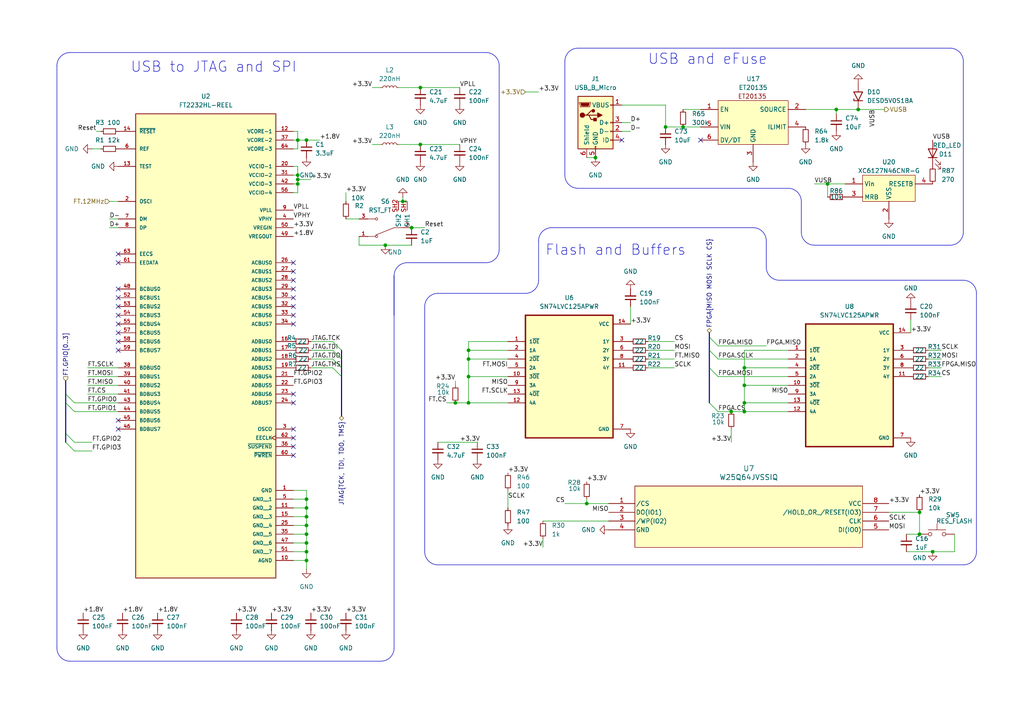
<source format=kicad_sch>
(kicad_sch (version 20250114) (generator "eeschema") (generator_version "9.0")
  (paper "A4")
  (title_block (title "Programmer, USB, and Flash") (date "2025-08-27") (rev "V1.0"))
  (arc (start 16.51 19.05) (mid 17.6259 16.3559) (end 20.32 15.24))
  (arc (start 279.4 67.31) (mid 278.2841 70.0041) (end 275.59 71.12))
  (arc (start 163.83 17.78) (mid 164.9459 15.0859) (end 167.64 13.97))
  (arc (start 218.44 66.04) (mid 221.1341 67.1559) (end 222.25 69.85))
  (arc (start 167.64 54.61) (mid 164.9459 53.4941) (end 163.83 50.8))
  (arc (start 114.3 187.96) (mid 113.1841 190.6541) (end 110.49 191.77))
  (arc (start 140.97 15.24) (mid 143.6641 16.3559) (end 144.78 19.05))
  (arc (start 279.4 81.28) (mid 282.0941 82.3959) (end 283.21 85.09))
  (arc (start 228.6 54.61) (mid 231.2941 55.7259) (end 232.41 58.42))
  (arc (start 275.59 13.97) (mid 278.2841 15.0859) (end 279.4 17.78))
  (arc (start 127 163.83) (mid 124.3059 162.7141) (end 123.19 160.02))
  (arc (start 123.19 88.9) (mid 124.3059 86.2059) (end 127 85.09))
  (arc (start 156.21 69.85) (mid 157.3259 67.1559) (end 160.02 66.04))
  (arc (start 226.06 81.28) (mid 223.3659 80.1641) (end 222.25 77.47))
  (arc (start 144.78 72.39) (mid 143.6641 75.0841) (end 140.97 76.2))
  (arc (start 283.21 160.02) (mid 282.0941 162.7141) (end 279.4 163.83))
  (arc (start 114.3 80.01) (mid 115.4159 77.3159) (end 118.11 76.2))
  (arc (start 236.22 71.12) (mid 233.5259 70.0041) (end 232.41 67.31))
  (arc (start 20.32 191.77) (mid 17.6259 190.6541) (end 16.51 187.96))
  (arc (start 156.21 81.28) (mid 155.0941 83.9741) (end 152.4 85.09))
  (text "Flash and Buffers" (at 178.562 72.644 0) (effects (font (size 3 3))))
  (text "USB and eFuse\n" (at 205.232 17.272 0) (effects (font (size 3 3))))
  (text "USB to JTAG and SPI\n" (at 61.976 19.558 0) (effects (font (size 3 3))))
  (junction (at 266.7 148.59))
  (junction (at 215.9 106.68))
  (junction (at 119.38 66.04))
  (junction (at 215.9 119.38))
  (junction (at 88.9 149.86))
  (junction (at 86.36 40.64))
  (junction (at 88.9 152.4))
  (junction (at 111.76 71.12))
  (junction (at 86.36 50.8))
  (junction (at 135.89 104.14))
  (junction (at 132.08 116.84))
  (junction (at 121.92 41.91))
  (junction (at 135.89 101.6))
  (junction (at 135.89 116.84))
  (junction (at 88.9 162.56))
  (junction (at 172.72 45.72))
  (junction (at 88.9 157.48))
  (junction (at 170.18 146.05))
  (junction (at 215.9 116.84))
  (junction (at 88.9 160.02))
  (junction (at 86.36 53.34))
  (junction (at 88.9 144.78))
  (junction (at 121.92 25.4))
  (junction (at 212.09 119.38))
  (junction (at 270.51 160.02))
  (junction (at 198.12 36.83))
  (junction (at 135.89 109.22))
  (junction (at 215.9 111.76))
  (junction (at 88.9 154.94))
  (junction (at 248.92 31.75))
  (junction (at 88.9 147.32))
  (junction (at 242.57 31.75))
  (junction (at 240.03 53.34))
  (junction (at 86.36 52.07))
  (junction (at 193.04 36.83))
  (junction (at 116.84 58.42))
  (junction (at 88.9 40.64))
  (junction (at 266.7 154.94))
  (no_connect (at 85.09 132.08))
  (no_connect (at 34.29 91.44))
  (no_connect (at 85.09 124.46))
  (no_connect (at 85.09 83.82))
  (no_connect (at 34.29 96.52))
  (no_connect (at 34.29 121.92))
  (no_connect (at 85.09 81.28))
  (no_connect (at 203.2 40.64))
  (no_connect (at 85.09 86.36))
  (no_connect (at 34.29 93.98))
  (no_connect (at 85.09 114.3))
  (no_connect (at 85.09 93.98))
  (no_connect (at 34.29 88.9))
  (no_connect (at 85.09 88.9))
  (no_connect (at 85.09 78.74))
  (no_connect (at 34.29 124.46))
  (no_connect (at 34.29 83.82))
  (no_connect (at 34.29 99.06))
  (no_connect (at 85.09 127))
  (no_connect (at 85.09 91.44))
  (no_connect (at 180.34 40.64))
  (no_connect (at 34.29 86.36))
  (no_connect (at 85.09 116.84))
  (no_connect (at 34.29 101.6))
  (no_connect (at 85.09 76.2))
  (no_connect (at 34.29 73.66))
  (no_connect (at 34.29 76.2))
  (no_connect (at 85.09 129.54))
  (bus_entry (at 205.74 106.68) (size 2.54 2.54))
  (bus_entry (at 19.05 125.73) (size 2.54 2.54))
  (bus_entry (at 99.06 109.22) (size -2.54 -2.54))
  (bus_entry (at 205.74 101.6) (size 2.54 2.54))
  (bus_entry (at 96.52 99.06) (size 2.54 2.54))
  (bus_entry (at 19.05 114.3) (size 2.54 2.54))
  (bus_entry (at 96.52 104.14) (size 2.54 2.54))
  (bus_entry (at 96.52 101.6) (size 2.54 2.54))
  (bus_entry (at 19.05 128.27) (size 2.54 2.54))
  (bus_entry (at 205.74 116.84) (size 2.54 2.54))
  (bus_entry (at 19.05 116.84) (size 2.54 2.54))
  (bus_entry (at 205.74 97.79) (size 2.54 2.54))
  (wire (pts (xy 135.89 116.84) (xy 147.32 116.84)))
  (wire (pts (xy 182.88 88.9) (xy 182.88 93.98)))
  (polyline (pts (xy 16.51 19.05) (xy 16.51 187.96)))
  (bus (pts (xy 99.06 109.22) (xy 99.06 120.65)))
  (wire (pts (xy 85.09 152.4) (xy 88.9 152.4)))
  (wire (pts (xy 212.09 124.46) (xy 212.09 128.27)))
  (wire (pts (xy 262.89 160.02) (xy 270.51 160.02)))
  (wire (pts (xy 266.7 148.59) (xy 266.7 154.94)))
  (wire (pts (xy 88.9 160.02) (xy 88.9 157.48)))
  (wire (pts (xy 86.36 40.64) (xy 88.9 40.64)))
  (polyline (pts (xy 279.4 17.78) (xy 279.4 67.31)))
  (wire (pts (xy 180.34 35.56) (xy 182.88 35.56)))
  (wire (pts (xy 88.9 152.4) (xy 88.9 149.86)))
  (wire (pts (xy 86.36 43.18) (xy 85.09 43.18)))
  (bus (pts (xy 19.05 116.84) (xy 19.05 125.73)))
  (wire (pts (xy 135.89 99.06) (xy 147.32 99.06)))
  (wire (pts (xy 208.28 100.33) (xy 222.25 100.33)))
  (wire (pts (xy 85.09 149.86) (xy 88.9 149.86)))
  (polyline (pts (xy 20.32 191.77) (xy 110.49 191.77)))
  (wire (pts (xy 135.89 109.22) (xy 135.89 104.14)))
  (wire (pts (xy 135.89 104.14) (xy 135.89 101.6)))
  (wire (pts (xy 240.03 57.15) (xy 240.03 53.34)))
  (wire (pts (xy 248.92 31.75) (xy 256.54 31.75)))
  (wire (pts (xy 86.36 50.8) (xy 85.09 50.8)))
  (wire (pts (xy 257.81 148.59) (xy 266.7 148.59)))
  (wire (pts (xy 152.4 26.67) (xy 156.21 26.67)))
  (wire (pts (xy 212.09 119.38) (xy 215.9 119.38)))
  (wire (pts (xy 163.83 146.05) (xy 170.18 146.05)))
  (wire (pts (xy 193.04 30.48) (xy 193.04 36.83)))
  (wire (pts (xy 88.9 165.1) (xy 88.9 162.56)))
  (wire (pts (xy 187.96 99.06) (xy 195.58 99.06)))
  (polyline (pts (xy 259.08 81.28) (xy 279.4 81.28)))
  (wire (pts (xy 31.75 63.5) (xy 34.29 63.5)))
  (wire (pts (xy 170.18 45.72) (xy 172.72 45.72)))
  (wire (pts (xy 85.09 157.48) (xy 88.9 157.48)))
  (wire (pts (xy 236.22 53.34) (xy 240.03 53.34)))
  (wire (pts (xy 90.17 104.14) (xy 96.52 104.14)))
  (polyline (pts (xy 119.38 76.2) (xy 140.97 76.2)))
  (wire (pts (xy 135.89 109.22) (xy 147.32 109.22)))
  (bus (pts (xy 99.06 101.6) (xy 99.06 104.14)))
  (wire (pts (xy 147.32 142.24) (xy 147.32 147.32)))
  (wire (pts (xy 21.59 116.84) (xy 34.29 116.84)))
  (wire (pts (xy 132.08 110.49) (xy 132.08 111.76)))
  (polyline (pts (xy 114.3 80.01) (xy 114.3 187.96)))
  (wire (pts (xy 180.34 30.48) (xy 193.04 30.48)))
  (wire (pts (xy 135.89 109.22) (xy 135.89 116.84)))
  (wire (pts (xy 86.36 48.26) (xy 86.36 50.8)))
  (wire (pts (xy 127 128.27) (xy 138.43 128.27)))
  (polyline (pts (xy 232.41 58.42) (xy 232.41 67.31)))
  (wire (pts (xy 27.94 38.1) (xy 29.21 38.1)))
  (wire (pts (xy 269.24 101.6) (xy 273.05 101.6)))
  (wire (pts (xy 104.14 71.12) (xy 104.14 68.58)))
  (wire (pts (xy 86.36 53.34) (xy 86.36 55.88)))
  (wire (pts (xy 215.9 111.76) (xy 215.9 106.68)))
  (bus (pts (xy 205.74 96.52) (xy 205.74 97.79)))
  (wire (pts (xy 187.96 106.68) (xy 195.58 106.68)))
  (polyline (pts (xy 236.22 71.12) (xy 275.59 71.12)))
  (wire (pts (xy 215.9 106.68) (xy 215.9 101.6)))
  (wire (pts (xy 88.9 147.32) (xy 88.9 144.78)))
  (polyline (pts (xy 283.21 85.09) (xy 283.21 160.02)))
  (wire (pts (xy 25.4 111.76) (xy 34.29 111.76)))
  (wire (pts (xy 100.33 63.5) (xy 104.14 63.5)))
  (wire (pts (xy 88.9 149.86) (xy 88.9 147.32)))
  (wire (pts (xy 215.9 119.38) (xy 215.9 116.84)))
  (bus (pts (xy 205.74 106.68) (xy 205.74 116.84)))
  (wire (pts (xy 86.36 53.34) (xy 85.09 53.34)))
  (wire (pts (xy 121.92 41.91) (xy 133.35 41.91)))
  (wire (pts (xy 88.9 142.24) (xy 85.09 142.24)))
  (wire (pts (xy 135.89 101.6) (xy 135.89 99.06)))
  (bus (pts (xy 99.06 106.68) (xy 99.06 109.22)))
  (wire (pts (xy 170.18 144.78) (xy 170.18 146.05)))
  (wire (pts (xy 86.36 52.07) (xy 86.36 53.34)))
  (wire (pts (xy 228.6 104.14) (xy 208.28 104.14)))
  (wire (pts (xy 135.89 101.6) (xy 147.32 101.6)))
  (bus (pts (xy 19.05 110.49) (xy 19.05 114.3)))
  (wire (pts (xy 21.59 119.38) (xy 34.29 119.38)))
  (wire (pts (xy 90.17 99.06) (xy 96.52 99.06)))
  (wire (pts (xy 215.9 106.68) (xy 228.6 106.68)))
  (wire (pts (xy 119.38 66.04) (xy 123.19 66.04)))
  (polyline (pts (xy 127 85.09) (xy 152.4 85.09)))
  (bus (pts (xy 205.74 101.6) (xy 205.74 106.68)))
  (wire (pts (xy 88.9 40.64) (xy 92.71 40.64)))
  (wire (pts (xy 276.86 160.02) (xy 276.86 154.94)))
  (wire (pts (xy 85.09 154.94) (xy 88.9 154.94)))
  (wire (pts (xy 115.57 25.4) (xy 121.92 25.4)))
  (wire (pts (xy 88.9 154.94) (xy 88.9 152.4)))
  (wire (pts (xy 240.03 53.34) (xy 245.11 53.34)))
  (wire (pts (xy 132.08 116.84) (xy 135.89 116.84)))
  (wire (pts (xy 88.9 144.78) (xy 88.9 142.24)))
  (wire (pts (xy 264.16 92.71) (xy 264.16 96.52)))
  (wire (pts (xy 187.96 104.14) (xy 195.58 104.14)))
  (wire (pts (xy 107.95 25.4) (xy 110.49 25.4)))
  (wire (pts (xy 21.59 128.27) (xy 26.67 128.27)))
  (wire (pts (xy 88.9 157.48) (xy 88.9 154.94)))
  (wire (pts (xy 115.57 58.42) (xy 116.84 58.42)))
  (wire (pts (xy 86.36 40.64) (xy 86.36 43.18)))
  (wire (pts (xy 25.4 114.3) (xy 34.29 114.3)))
  (wire (pts (xy 116.84 57.15) (xy 116.84 58.42)))
  (wire (pts (xy 25.4 109.22) (xy 34.29 109.22)))
  (wire (pts (xy 85.09 160.02) (xy 88.9 160.02)))
  (polyline (pts (xy 114.3 80.01) (xy 114.3 91.44)))
  (polyline (pts (xy 226.06 81.28) (xy 259.08 81.28)))
  (wire (pts (xy 116.84 58.42) (xy 118.11 58.42)))
  (wire (pts (xy 86.36 55.88) (xy 85.09 55.88)))
  (wire (pts (xy 269.24 106.68) (xy 273.05 106.68)))
  (bus (pts (xy 19.05 114.3) (xy 19.05 116.84)))
  (wire (pts (xy 25.4 106.68) (xy 34.29 106.68)))
  (wire (pts (xy 104.14 71.12) (xy 111.76 71.12)))
  (wire (pts (xy 107.95 41.91) (xy 110.49 41.91)))
  (polyline (pts (xy 144.78 19.05) (xy 144.78 72.39)))
  (polyline (pts (xy 160.02 66.04) (xy 218.44 66.04)))
  (wire (pts (xy 262.89 154.94) (xy 266.7 154.94)))
  (wire (pts (xy 198.12 31.75) (xy 203.2 31.75)))
  (wire (pts (xy 85.09 147.32) (xy 88.9 147.32)))
  (wire (pts (xy 228.6 109.22) (xy 208.28 109.22)))
  (wire (pts (xy 215.9 116.84) (xy 228.6 116.84)))
  (wire (pts (xy 180.34 38.1) (xy 182.88 38.1)))
  (wire (pts (xy 86.36 48.26) (xy 85.09 48.26)))
  (wire (pts (xy 242.57 31.75) (xy 242.57 33.02)))
  (bus (pts (xy 99.06 104.14) (xy 99.06 106.68)))
  (wire (pts (xy 31.75 58.42) (xy 34.29 58.42)))
  (polyline (pts (xy 163.83 17.78) (xy 163.83 50.8)))
  (wire (pts (xy 242.57 31.75) (xy 248.92 31.75)))
  (polyline (pts (xy 123.19 88.9) (xy 123.19 160.02)))
  (wire (pts (xy 135.89 104.14) (xy 147.32 104.14)))
  (wire (pts (xy 26.67 130.81) (xy 21.59 130.81)))
  (polyline (pts (xy 222.25 69.85) (xy 222.25 77.47)))
  (polyline (pts (xy 167.64 54.61) (xy 228.6 54.61)))
  (wire (pts (xy 215.9 111.76) (xy 228.6 111.76)))
  (wire (pts (xy 26.67 43.18) (xy 29.21 43.18)))
  (wire (pts (xy 90.17 101.6) (xy 96.52 101.6)))
  (wire (pts (xy 269.24 109.22) (xy 273.05 109.22)))
  (wire (pts (xy 233.68 31.75) (xy 242.57 31.75)))
  (wire (pts (xy 85.09 38.1) (xy 86.36 38.1)))
  (polyline (pts (xy 127 163.83) (xy 237.49 163.83)))
  (bus (pts (xy 19.05 125.73) (xy 19.05 128.27)))
  (wire (pts (xy 215.9 101.6) (xy 228.6 101.6)))
  (wire (pts (xy 31.75 66.04) (xy 34.29 66.04)))
  (polyline (pts (xy 156.21 69.85) (xy 156.21 81.28)))
  (wire (pts (xy 157.48 151.13) (xy 176.53 151.13)))
  (wire (pts (xy 86.36 52.07) (xy 90.17 52.07)))
  (wire (pts (xy 157.48 156.21) (xy 157.48 158.75)))
  (wire (pts (xy 187.96 101.6) (xy 195.58 101.6)))
  (bus (pts (xy 205.74 97.79) (xy 205.74 101.6)))
  (wire (pts (xy 90.17 106.68) (xy 96.52 106.68)))
  (wire (pts (xy 85.09 144.78) (xy 88.9 144.78)))
  (wire (pts (xy 100.33 55.88) (xy 100.33 58.42)))
  (wire (pts (xy 121.92 25.4) (xy 133.35 25.4)))
  (wire (pts (xy 170.18 146.05) (xy 176.53 146.05)))
  (wire (pts (xy 88.9 162.56) (xy 85.09 162.56)))
  (wire (pts (xy 111.76 71.12) (xy 119.38 71.12)))
  (polyline (pts (xy 118.11 76.2) (xy 119.38 76.2)))
  (wire (pts (xy 88.9 160.02) (xy 88.9 162.56)))
  (wire (pts (xy 215.9 116.84) (xy 215.9 111.76)))
  (wire (pts (xy 215.9 119.38) (xy 228.6 119.38)))
  (wire (pts (xy 198.12 36.83) (xy 203.2 36.83)))
  (wire (pts (xy 85.09 40.64) (xy 86.36 40.64)))
  (wire (pts (xy 208.28 119.38) (xy 212.09 119.38)))
  (wire (pts (xy 86.36 38.1) (xy 86.36 40.64)))
  (wire (pts (xy 269.24 104.14) (xy 273.05 104.14)))
  (wire (pts (xy 129.54 116.84) (xy 132.08 116.84)))
  (polyline (pts (xy 20.32 15.24) (xy 140.97 15.24)))
  (wire (pts (xy 115.57 41.91) (xy 121.92 41.91)))
  (polyline (pts (xy 167.64 13.97) (xy 275.59 13.97)))
  (wire (pts (xy 86.36 50.8) (xy 86.36 52.07)))
  (polyline (pts (xy 279.4 163.83) (xy 237.49 163.83)))
  (wire (pts (xy 193.04 36.83) (xy 198.12 36.83)))
  (wire (pts (xy 270.51 160.02) (xy 276.86 160.02)))
  (label "SCLK" (at 195.58 106.68 0))
  (label "+1.8V" (at 35.56 177.8 0))
  (label "FT.GPIO0" (at 25.4 116.84 0))
  (label "FPGA.MISO" (at 222.25 100.33 0))
  (label "+3.3V" (at 132.08 110.49 180))
  (label "+3.3V" (at 133.35 128.27 0))
  (label "VUSB" (at 270.51 40.64 0))
  (label "+3.3V" (at 90.17 177.8 0))
  (label "MOSI" (at 273.05 104.14 0))
  (label "FPGA.MISO" (at 208.28 100.33 0))
  (label "FT.GPIO1" (at 25.4 119.38 0))
  (label "+1.8V" (at 45.72 177.8 0))
  (label "FT.MOSI" (at 147.32 106.68 180))
  (label "+3.3V" (at 68.58 177.8 0))
  (label "D-" (at 182.88 38.1 0))
  (label "JTAG.TCK" (at 90.17 99.06 0))
  (label "+3.3V" (at 212.09 128.27 180))
  (label "JTAG.TDI" (at 90.17 101.6 0))
  (label "VPHY" (at 85.09 63.5 0))
  (label "+3.3V" (at 85.09 66.04 0))
  (label "FT.CS" (at 129.54 116.84 180))
  (label "+1.8V" (at 92.71 40.64 0))
  (label "+1.8V" (at 85.09 68.58 0))
  (label "+3.3V" (at 266.7 143.51 0))
  (label "VPLL" (at 133.35 25.4 0))
  (label "+3.3V" (at 107.95 25.4 180))
  (label "SCLK" (at 147.32 144.78 0))
  (label "+3.3V" (at 257.81 146.05 0))
  (label "+3.3V" (at 157.48 158.75 180))
  (label "FT.CS" (at 25.4 114.3 0))
  (label "FPGA.MOSI" (at 208.28 109.22 0))
  (label "+3.3V" (at 100.33 55.88 0))
  (label "+3.3V" (at 147.32 137.16 0))
  (label "MISO" (at 228.6 114.3 180))
  (label "FT.MOSI" (at 25.4 109.22 0))
  (label "SCLK" (at 257.81 151.13 0))
  (label "CS" (at 163.83 146.05 180))
  (label "FPGA.MISO" (at 273.05 106.68 0))
  (label "CS" (at 195.58 99.06 0))
  (label "FPGA.SCLK" (at 208.28 104.14 0))
  (label "JTAG.TDO" (at 90.17 104.14 0))
  (label "+3.3V" (at 264.16 96.52 0))
  (label "FT.GPIO3" (at 26.67 130.81 0))
  (label "D+" (at 31.75 66.04 0))
  (label "FT.GPIO3" (at 85.09 111.76 0))
  (label "D-" (at 31.75 63.5 0))
  (label "FT.MISO" (at 25.4 111.76 0))
  (label "VPHY" (at 133.35 41.91 0))
  (label "+3.3V" (at 170.18 139.7 0))
  (label "FT.GPIO2" (at 26.67 128.27 0))
  (label "MISO" (at 147.32 111.76 180))
  (label "FPGA.CS" (at 208.28 119.38 0))
  (label "CS" (at 273.05 109.22 0))
  (label "FT.SCLK" (at 25.4 106.68 0))
  (label "+3.3V" (at 78.74 177.8 0))
  (label "FT.GPIO2" (at 85.09 109.22 0))
  (label "FT.MISO" (at 195.58 104.14 0))
  (label "VPLL" (at 85.09 60.96 0))
  (label "JTAG.TMS" (at 90.17 106.68 0))
  (label "Reset" (at 27.94 38.1 180))
  (label "VUSB" (at 254 31.75 270))
  (label "+3.3V" (at 90.17 52.07 0))
  (label "MOSI" (at 257.81 153.67 0))
  (label "D+" (at 182.88 35.56 0))
  (label "FT.SCLK" (at 147.32 114.3 180))
  (label "+3.3V" (at 182.88 93.98 0))
  (label "SCLK" (at 273.05 101.6 0))
  (label "Reset" (at 123.19 66.04 0))
  (label "+3.3V" (at 156.21 26.67 0))
  (label "+1.8V" (at 24.13 177.8 0))
  (label "MOSI" (at 195.58 101.6 0))
  (label "VUSB" (at 236.22 53.34 0))
  (label "MISO" (at 176.53 148.59 180))
  (label "+3.3V" (at 107.95 41.91 180))
  (label "+3.3V" (at 100.33 177.8 0))
  (hierarchical_label "FT.GPIO[0..3]" (shape input) (at 19.05 110.49 90))
  (hierarchical_label "JTAG{TCK, TDI, TDO, TMS}" (shape bidirectional) (at 99.06 120.65 270))
  (hierarchical_label "+3.3V" (shape input) (at 152.4 26.67 180))
  (hierarchical_label "FT.12MHz" (shape input) (at 31.75 58.42 180))
  (hierarchical_label "FPGA{MISO MOSI SCLK CS}" (shape bidirectional) (at 205.74 96.52 90))
  (hierarchical_label "VUSB" (shape output) (at 256.54 31.75 0))
  (symbol (lib_id "power:GND") (at 193.04 41.91 0) (unit 1)
    (property "Reference" "#PWR092" (effects (hide yes)))
    (property "Value" "GND" (at 193.04 46.99 0))
    (property "Description" "Power symbol creates a global label with name \"GND\" , ground" (effects (hide yes)))
  )
  (symbol (lib_id "Device:C_Small") (at 68.58 180.34 0) (unit 1)
    (property "Reference" "C28" (at 71.12 179.0762 0) (effects (justify left)))
    (property "Value" "100nF" (at 71.12 181.6162 0) (effects (justify left)))
    (property "Footprint" "Capacitor_SMD:C_0805_2012Metric_Pad1.18x1.45mm_HandSolder" (effects (hide yes)))
    (property "Description" "Unpolarized capacitor, small symbol" (effects (hide yes)))
  )
  (symbol (lib_id "Device:C_Small") (at 262.89 157.48 0) (unit 1)
    (property "Reference" "C16" (at 265.43 156.2162 0) (effects (justify left)))
    (property "Value" "1uF" (at 265.43 158.7562 0) (effects (justify left)))
    (property "Footprint" "Capacitor_SMD:C_0805_2012Metric_Pad1.18x1.45mm_HandSolder" (effects (hide yes)))
    (property "Description" "Unpolarized capacitor, small symbol" (effects (hide yes)))
  )
  (symbol (lib_id "Device:C_Small") (at 88.9 43.18 0) (unit 1)
    (property "Reference" "C1" (at 91.44 41.9162 0) (effects (justify left)))
    (property "Value" "3.3uF" (at 91.44 44.4562 0) (effects (justify left)))
    (property "Footprint" "Capacitor_SMD:C_0805_2012Metric_Pad1.18x1.45mm_HandSolder" (effects (hide yes)))
    (property "Description" "Unpolarized capacitor, small symbol" (effects (hide yes)))
  )
  (symbol (lib_id "Device:R_Small") (at 270.51 50.8 0) (unit 1)
    (property "Reference" "R87" (at 273.05 49.5299 0) (effects (justify left)))
    (property "Value" "270" (at 273.05 52.0699 0) (effects (justify left)))
    (property "Footprint" "Resistor_SMD:R_0805_2012Metric_Pad1.20x1.40mm_HandSolder" (effects (hide yes)))
    (property "Description" "Resistor, small symbol" (effects (hide yes)))
  )
  (symbol (lib_id "Device:C_Small") (at 138.43 130.81 0) (unit 1)
    (property "Reference" "C33" (at 140.97 129.5462 0) (effects (justify left)))
    (property "Value" "100nF" (at 140.97 132.0862 0) (effects (justify left)))
    (property "Footprint" "Capacitor_SMD:C_0805_2012Metric_Pad1.18x1.45mm_HandSolder" (effects (hide yes)))
    (property "Description" "Unpolarized capacitor, small symbol" (effects (hide yes)))
  )
  (symbol (lib_id "Device:C_Small") (at 78.74 180.34 0) (unit 1)
    (property "Reference" "C29" (at 81.28 179.0762 0) (effects (justify left)))
    (property "Value" "100nF" (at 81.28 181.6162 0) (effects (justify left)))
    (property "Footprint" "Capacitor_SMD:C_0805_2012Metric_Pad1.18x1.45mm_HandSolder" (effects (hide yes)))
    (property "Description" "Unpolarized capacitor, small symbol" (effects (hide yes)))
  )
  (symbol (lib_id "power:GND") (at 138.43 133.35 0) (unit 1)
    (property "Reference" "#PWR056" (effects (hide yes)))
    (property "Value" "GND" (at 138.43 138.43 0))
    (property "Description" "Power symbol creates a global label with name \"GND\" , ground" (effects (hide yes)))
  )
  (symbol (lib_id "Device:R_Small") (at 266.7 106.68 90) (unit 1)
    (property "Reference" "R33" (at 271.018 105.664 90))
    (property "Value" "22" (at 266.7 106.68 90))
    (property "Footprint" "Resistor_SMD:R_0805_2012Metric_Pad1.20x1.40mm_HandSolder" (effects (hide yes)))
    (property "Description" "Resistor, small symbol" (effects (hide yes)))
  )
  (symbol (lib_id "Device:R_Small") (at 242.57 57.15 90) (unit 1)
    (property "Reference" "R86" (at 242.57 55.372 90))
    (property "Value" "10k" (at 242.57 57.15 90))
    (property "Footprint" "Resistor_SMD:R_0805_2012Metric_Pad1.20x1.40mm_HandSolder" (effects (hide yes)))
    (property "Description" "Resistor, small symbol" (effects (hide yes)))
  )
  (symbol (lib_id "Device:R_Small") (at 87.63 101.6 90) (unit 1)
    (property "Reference" "R5" (at 84.582 100.33 90))
    (property "Value" "22" (at 87.884 101.6 90))
    (property "Footprint" "Resistor_SMD:R_0805_2012Metric_Pad1.20x1.40mm_HandSolder" (effects (hide yes)))
    (property "Description" "Resistor, small symbol" (effects (hide yes)))
  )
  (symbol (lib_id "Device:R_Small") (at 266.7 109.22 90) (unit 1)
    (property "Reference" "R34" (at 271.018 108.204 90))
    (property "Value" "22" (at 266.7 109.22 90))
    (property "Footprint" "Resistor_SMD:R_0805_2012Metric_Pad1.20x1.40mm_HandSolder" (effects (hide yes)))
    (property "Description" "Resistor, small symbol" (effects (hide yes)))
  )
  (symbol (lib_id "Device:C_Small") (at 182.88 86.36 180) (unit 1)
    (property "Reference" "C19" (at 185.42 85.0835 0) (effects (justify right)))
    (property "Value" "100nF" (at 185.42 87.6235 0) (effects (justify right)))
    (property "Footprint" "Capacitor_SMD:C_0805_2012Metric_Pad1.18x1.45mm_HandSolder" (effects (hide yes)))
    (property "Description" "Unpolarized capacitor, small symbol" (effects (hide yes)))
  )
  (symbol (lib_id "Device:R_Small") (at 266.7 104.14 90) (unit 1)
    (property "Reference" "R32" (at 271.018 103.124 90))
    (property "Value" "22" (at 266.7 104.14 90))
    (property "Footprint" "Resistor_SMD:R_0805_2012Metric_Pad1.20x1.40mm_HandSolder" (effects (hide yes)))
    (property "Description" "Resistor, small symbol" (effects (hide yes)))
  )
  (symbol (lib_id "Device:C_Small") (at 264.16 90.17 180) (unit 1)
    (property "Reference" "C20" (at 266.7 88.8935 0) (effects (justify right)))
    (property "Value" "100nF" (at 266.7 91.4335 0) (effects (justify right)))
    (property "Footprint" "Capacitor_SMD:C_0805_2012Metric_Pad1.18x1.45mm_HandSolder" (effects (hide yes)))
    (property "Description" "Unpolarized capacitor, small symbol" (effects (hide yes)))
  )
  (symbol (lib_id "Device:R_Small") (at 147.32 149.86 0) (unit 1)
    (property "Reference" "R47" (at 149.86 148.5899 0) (effects (justify left)))
    (property "Value" "100" (at 149.86 151.1299 0) (effects (justify left)))
    (property "Footprint" "Resistor_SMD:R_0805_2012Metric_Pad1.20x1.40mm_HandSolder" (effects (hide yes)))
    (property "Description" "Resistor, small symbol" (effects (hide yes)))
  )
  (symbol (lib_id "Personal_Library:W25Q64JVSSIQ") (at 176.53 146.05 0) (unit 1)
    (property "Reference" "U7" (at 217.17 135.89 0) (effects (font (size 1.524 1.524))))
    (property "Value" "W25Q64JVSSIQ" (at 217.17 138.43 0) (effects (font (size 1.524 1.524))))
    (property "Footprint" "Personal-Library:SOIC-8_5P28X5P28_WIN" (effects (hide yes)))
    (property "Datasheet" "W25Q64JVSSIQ" (effects (hide yes)))
  )
  (symbol (lib_id "power:GND") (at 127 133.35 0) (unit 1)
    (property "Reference" "#PWR055" (effects (hide yes)))
    (property "Value" "GND" (at 127 138.43 0))
    (property "Description" "Power symbol creates a global label with name \"GND\" , ground" (effects (hide yes)))
  )
  (symbol (lib_id "Personal_Library:FT2232HL-REEL") (at 59.69 91.44 0) (unit 1)
    (property "Reference" "U2" (at 59.69 27.94 0))
    (property "Value" "FT2232HL-REEL" (at 59.69 30.48 0))
    (property "Footprint" "Personal-Library:QFP50P1200X1200X160-64N" (effects (hide yes)))
    (property "MANUFACTURER" "FTDI" (effects (hide yes)))
  )
  (symbol (lib_id "power:GND") (at 100.33 182.88 0) (unit 1)
    (property "Reference" "#PWR054" (effects (hide yes)))
    (property "Value" "GND" (at 100.33 187.96 0))
    (property "Description" "Power symbol creates a global label with name \"GND\" , ground" (effects (hide yes)))
  )
  (symbol (lib_id "Device:C_Small") (at 193.04 39.37 0) (unit 1)
    (property "Reference" "C73" (at 195.58 38.1062 0) (effects (justify left)))
    (property "Value" "10uF" (at 195.58 40.6462 0) (effects (justify left)))
    (property "Footprint" "Capacitor_SMD:C_0805_2012Metric_Pad1.18x1.45mm_HandSolder" (effects (hide yes)))
    (property "Description" "Unpolarized capacitor, small symbol" (effects (hide yes)))
  )
  (symbol (lib_id "Device:L_Small") (at 113.03 41.91 90) (unit 1)
    (property "Reference" "L3" (at 113.03 36.83 90))
    (property "Value" "220nH" (at 113.03 39.37 90))
    (property "Footprint" "Personal-Library:L_0806_2016Metric_Hand_Solder" (effects (hide yes)))
    (property "Description" "Inductor, small symbol" (effects (hide yes)))
  )
  (symbol (lib_id "Personal_Library:SN74LVC125APWR") (at 246.38 111.76 0) (unit 1)
    (property "Reference" "U8" (at 246.38 88.9 0))
    (property "Value" "SN74LVC125APWR" (at 246.38 91.44 0))
    (property "Footprint" "Personal-Library:SOP65P640X120-14N" (effects (hide yes)))
  )
  (symbol (lib_id "Device:C_Small") (at 119.38 68.58 0) (unit 1)
    (property "Reference" "C2" (at 121.92 67.3162 0) (effects (justify left)))
    (property "Value" "1uF" (at 121.92 69.8562 0) (effects (justify left)))
    (property "Footprint" "Capacitor_SMD:C_0805_2012Metric_Pad1.18x1.45mm_HandSolder" (effects (hide yes)))
    (property "Description" "Unpolarized capacitor, small symbol" (effects (hide yes)))
  )
  (symbol (lib_id "power:GND") (at 264.16 127 0) (unit 1)
    (property "Reference" "#PWR018" (effects (hide yes)))
    (property "Value" "GND" (at 264.16 132.08 0))
    (property "Description" "Power symbol creates a global label with name \"GND\" , ground" (effects (hide yes)))
  )
  (symbol (lib_id "power:GND") (at 248.92 24.13 180) (unit 1)
    (property "Reference" "#PWR0119" (effects (hide yes)))
    (property "Value" "GND" (at 248.92 19.05 0))
    (property "Description" "Power symbol creates a global label with name \"GND\" , ground" (effects (hide yes)))
  )
  (symbol (lib_id "Device:C_Small") (at 35.56 180.34 0) (unit 1)
    (property "Reference" "C26" (at 38.1 179.0762 0) (effects (justify left)))
    (property "Value" "100nF" (at 38.1 181.6162 0) (effects (justify left)))
    (property "Footprint" "Capacitor_SMD:C_0805_2012Metric_Pad1.18x1.45mm_HandSolder" (effects (hide yes)))
    (property "Description" "Unpolarized capacitor, small symbol" (effects (hide yes)))
  )
  (symbol (lib_id "power:GND") (at 116.84 57.15 180) (unit 1)
    (property "Reference" "#PWR0128" (effects (hide yes)))
    (property "Value" "GND" (at 116.84 52.07 0))
    (property "Description" "Power symbol creates a global label with name \"GND\" , ground" (effects (hide yes)))
  )
  (symbol (lib_id "Device:R_Small") (at 87.63 99.06 90) (unit 1)
    (property "Reference" "R4" (at 84.582 98.044 90))
    (property "Value" "22" (at 87.63 99.06 90))
    (property "Footprint" "Resistor_SMD:R_0805_2012Metric_Pad1.20x1.40mm_HandSolder" (effects (hide yes)))
    (property "Description" "Resistor, small symbol" (effects (hide yes)))
  )
  (symbol (lib_id "power:GND") (at 182.88 124.46 0) (unit 1)
    (property "Reference" "#PWR017" (effects (hide yes)))
    (property "Value" "GND" (at 182.88 129.54 0))
    (property "Description" "Power symbol creates a global label with name \"GND\" , ground" (effects (hide yes)))
  )
  (symbol (lib_id "Personal_Library:ET20135") (at 218.44 27.94 0) (unit 1)
    (property "Reference" "U17" (at 218.44 22.86 0))
    (property "Value" "ET20135" (at 218.44 25.4 0))
    (property "Footprint" "Package_TO_SOT_SMD:SOT-23-6_Handsoldering" (effects (hide yes)))
  )
  (symbol (lib_id "power:GND") (at 233.68 41.91 0) (unit 1)
    (property "Reference" "#PWR090" (effects (hide yes)))
    (property "Value" "GND" (at 233.68 46.99 0))
    (property "Description" "Power symbol creates a global label with name \"GND\" , ground" (effects (hide yes)))
  )
  (symbol (lib_id "power:GND") (at 172.72 45.72 0) (unit 1)
    (property "Reference" "#PWR014" (effects (hide yes)))
    (property "Value" "GND" (at 172.72 50.8 0))
    (property "Description" "Power symbol creates a global label with name \"GND\" , ground" (effects (hide yes)))
  )
  (symbol (lib_id "power:GND") (at 88.9 45.72 0) (unit 1)
    (property "Reference" "#PWR039" (effects (hide yes)))
    (property "Value" "GND" (at 88.9 50.8 0))
    (property "Description" "Power symbol creates a global label with name \"GND\" , ground" (effects (hide yes)))
  )
  (symbol (lib_id "Personal_Library:SLW-835636-3A-RA-N-D") (at 111.76 66.04 180) (unit 1)
    (property "Reference" "S6" (at 111.76 58.42 0))
    (property "Value" "RST_FT" (at 110.236 60.96 0))
    (property "Footprint" "Personal-Library:SW_SLW-835636-3A-RA-N-D" (effects (hide yes)))
    (property "PARTREV" "1.01" (effects (hide yes)))
    (property "STANDARD" "Manufacturer Recommendations" (effects (hide yes)))
    (property "MANUFACTURER" "Same Sky" (effects (hide yes)))
  )
  (symbol (lib_id "Device:R_Small") (at 266.7 146.05 0) (unit 1)
    (property "Reference" "R29" (at 269.24 144.7799 0) (effects (justify left)))
    (property "Value" "10k" (at 269.24 147.3199 0) (effects (justify left)))
    (property "Footprint" "Resistor_SMD:R_0805_2012Metric_Pad1.20x1.40mm_HandSolder" (effects (hide yes)))
    (property "Description" "Resistor, small symbol" (effects (hide yes)))
  )
  (symbol (lib_id "Switch:SW_Push") (at 271.78 154.94 0) (unit 1)
    (property "Reference" "SW5" (at 274.32 149.352 0) (effects (justify left)))
    (property "Value" "RES_FLASH" (at 271.526 151.13 0) (effects (justify left)))
    (property "Footprint" "Personal-Library:PTS636SM43SMTR LFS" (effects (hide yes)))
    (property "Description" "Push button switch, generic, two pins" (effects (hide yes)))
  )
  (symbol (lib_id "power:GND") (at 218.44 46.99 0) (unit 1)
    (property "Reference" "#PWR089" (effects (hide yes)))
    (property "Value" "GND" (at 218.44 52.07 0))
    (property "Description" "Power symbol creates a global label with name \"GND\" , ground" (effects (hide yes)))
  )
  (symbol (lib_id "Device:R_Small") (at 100.33 60.96 0) (unit 1)
    (property "Reference" "R2" (at 102.87 59.6899 0) (effects (justify left)))
    (property "Value" "10K" (at 101.854 57.404 0) (effects (justify left)))
    (property "Footprint" "Resistor_SMD:R_0805_2012Metric_Pad1.20x1.40mm_HandSolder" (effects (hide yes)))
    (property "Description" "Resistor, small symbol" (effects (hide yes)))
  )
  (symbol (lib_id "Device:R_Small") (at 198.12 34.29 180) (unit 1)
    (property "Reference" "R65" (at 200.66 33.0199 0) (effects (justify right)))
    (property "Value" "300k" (at 200.66 35.5599 0) (effects (justify right)))
    (property "Footprint" "Resistor_SMD:R_0805_2012Metric_Pad1.20x1.40mm_HandSolder" (effects (hide yes)))
    (property "Description" "Resistor, small symbol" (effects (hide yes)))
  )
  (symbol (lib_id "power:GND") (at 68.58 182.88 0) (unit 1)
    (property "Reference" "#PWR051" (effects (hide yes)))
    (property "Value" "GND" (at 68.58 187.96 0))
    (property "Description" "Power symbol creates a global label with name \"GND\" , ground" (effects (hide yes)))
  )
  (symbol (lib_id "Device:R_Small") (at 157.48 153.67 180) (unit 1)
    (property "Reference" "R30" (at 160.02 152.3999 0) (effects (justify right)))
    (property "Value" "1k" (at 160.02 154.9399 0) (effects (justify right)))
    (property "Footprint" "Resistor_SMD:R_0805_2012Metric_Pad1.20x1.40mm_HandSolder" (effects (hide yes)))
    (property "Description" "Resistor, small symbol" (effects (hide yes)))
  )
  (symbol (lib_id "Device:C_Small") (at 127 130.81 0) (unit 1)
    (property "Reference" "C32" (at 129.54 129.5462 0) (effects (justify left)))
    (property "Value" "4.7uF" (at 129.54 132.0862 0) (effects (justify left)))
    (property "Footprint" "Capacitor_SMD:C_0805_2012Metric_Pad1.18x1.45mm_HandSolder" (effects (hide yes)))
    (property "Description" "Unpolarized capacitor, small symbol" (effects (hide yes)))
  )
  (symbol (lib_id "Device:R_Small") (at 185.42 99.06 90) (unit 1)
    (property "Reference" "R19" (at 189.738 98.044 90))
    (property "Value" "22" (at 185.42 99.06 90))
    (property "Footprint" "Resistor_SMD:R_0805_2012Metric_Pad1.20x1.40mm_HandSolder" (effects (hide yes)))
    (property "Description" "Resistor, small symbol" (effects (hide yes)))
  )
  (symbol (lib_id "power:GND") (at 182.88 83.82 180) (unit 1)
    (property "Reference" "#PWR042" (effects (hide yes)))
    (property "Value" "GND" (at 182.88 78.74 0))
    (property "Description" "Power symbol creates a global label with name \"GND\" , ground" (effects (hide yes)))
  )
  (symbol (lib_id "Device:R_Small") (at 212.09 121.92 0) (unit 1)
    (property "Reference" "R23" (at 206.248 120.65 0) (effects (justify left)))
    (property "Value" "10k" (at 206.502 122.428 0) (effects (justify left)))
    (property "Footprint" "Resistor_SMD:R_0805_2012Metric_Pad1.20x1.40mm_HandSolder" (effects (hide yes)))
    (property "Description" "Resistor, small symbol" (effects (hide yes)))
  )
  (symbol (lib_id "Device:C_Small") (at 45.72 180.34 0) (unit 1)
    (property "Reference" "C27" (at 48.26 179.0762 0) (effects (justify left)))
    (property "Value" "100nF" (at 48.26 181.6162 0) (effects (justify left)))
    (property "Footprint" "Capacitor_SMD:C_0805_2012Metric_Pad1.18x1.45mm_HandSolder" (effects (hide yes)))
    (property "Description" "Unpolarized capacitor, small symbol" (effects (hide yes)))
  )
  (symbol (lib_id "Device:R_Small") (at 132.08 114.3 0) (unit 1)
    (property "Reference" "R24" (at 126.492 112.014 0) (effects (justify left)))
    (property "Value" "10k" (at 126.746 113.792 0) (effects (justify left)))
    (property "Footprint" "Resistor_SMD:R_0805_2012Metric_Pad1.20x1.40mm_HandSolder" (effects (hide yes)))
    (property "Description" "Resistor, small symbol" (effects (hide yes)))
  )
  (symbol (lib_id "power:GND") (at 35.56 182.88 0) (unit 1)
    (property "Reference" "#PWR049" (effects (hide yes)))
    (property "Value" "GND" (at 35.56 187.96 0))
    (property "Description" "Power symbol creates a global label with name \"GND\" , ground" (effects (hide yes)))
  )
  (symbol (lib_id "Device:R_Small") (at 87.63 104.14 90) (unit 1)
    (property "Reference" "R6" (at 84.836 103.124 90))
    (property "Value" "22" (at 87.884 104.14 90))
    (property "Footprint" "Resistor_SMD:R_0805_2012Metric_Pad1.20x1.40mm_HandSolder" (effects (hide yes)))
    (property "Description" "Resistor, small symbol" (effects (hide yes)))
  )
  (symbol (lib_id "Personal_Library:SN74LVC125APWR") (at 165.1 109.22 0) (unit 1)
    (property "Reference" "U6" (at 165.1 86.36 0))
    (property "Value" "SN74LVC125APWR" (at 165.1 88.9 0))
    (property "Footprint" "Personal-Library:SOP65P640X120-14N" (effects (hide yes)))
  )
  (symbol (lib_id "Device:R_Small") (at 170.18 142.24 0) (unit 1)
    (property "Reference" "R28" (at 164.592 139.954 0) (effects (justify left)))
    (property "Value" "10k" (at 164.846 141.732 0) (effects (justify left)))
    (property "Footprint" "Resistor_SMD:R_0805_2012Metric_Pad1.20x1.40mm_HandSolder" (effects (hide yes)))
    (property "Description" "Resistor, small symbol" (effects (hide yes)))
  )
  (symbol (lib_id "power:GND") (at 26.67 43.18 270) (unit 1)
    (property "Reference" "#PWR020" (effects (hide yes)))
    (property "Value" "GND" (at 22.86 43.1799 90) (effects (justify right)))
    (property "Description" "Power symbol creates a global label with name \"GND\" , ground" (effects (hide yes)))
  )
  (symbol (lib_id "Personal_Library:XC6127N46CNR-G") (at 257.81 49.53 0) (unit 1)
    (property "Reference" "U20" (at 257.81 46.99 0))
    (property "Value" "XC6127N46CNR-G" (at 257.81 49.53 0))
    (property "Footprint" "Personal-Library:SuperSOT-4_handsolder" (effects (hide yes)))
  )
  (symbol (lib_id "power:GND") (at 111.76 71.12 0) (unit 1)
    (property "Reference" "#PWR022" (effects (hide yes)))
    (property "Value" "GND" (at 114.554 73.152 0))
    (property "Description" "Power symbol creates a global label with name \"GND\" , ground" (effects (hide yes)))
  )
  (symbol (lib_id "Device:R_Small") (at 31.75 43.18 90) (unit 1)
    (property "Reference" "R1" (at 28.956 40.64 90))
    (property "Value" "12k" (at 33.02 40.64 90))
    (property "Footprint" "Resistor_SMD:R_0805_2012Metric_Pad1.20x1.40mm_HandSolder" (effects (hide yes)))
    (property "Description" "Resistor, small symbol" (effects (hide yes)))
  )
  (symbol (lib_id "Device:R_Small") (at 185.42 106.68 90) (unit 1)
    (property "Reference" "R22" (at 189.738 105.664 90))
    (property "Value" "22" (at 185.42 106.68 90))
    (property "Footprint" "Resistor_SMD:R_0805_2012Metric_Pad1.20x1.40mm_HandSolder" (effects (hide yes)))
    (property "Description" "Resistor, small symbol" (effects (hide yes)))
  )
  (symbol (lib_id "power:GND") (at 176.53 153.67 270) (unit 1)
    (property "Reference" "#PWR038" (effects (hide yes)))
    (property "Value" "GND" (at 172.72 153.6699 90) (effects (justify right)))
    (property "Description" "Power symbol creates a global label with name \"GND\" , ground" (effects (hide yes)))
  )
  (symbol (lib_id "power:GND") (at 264.16 87.63 180) (unit 1)
    (property "Reference" "#PWR043" (effects (hide yes)))
    (property "Value" "GND" (at 264.16 83.566 0))
    (property "Description" "Power symbol creates a global label with name \"GND\" , ground" (effects (hide yes)))
  )
  (symbol (lib_id "Device:C_Small") (at 121.92 44.45 0) (unit 1)
    (property "Reference" "C23" (at 124.46 43.1862 0) (effects (justify left)))
    (property "Value" "4.7uF" (at 124.46 45.7262 0) (effects (justify left)))
    (property "Footprint" "Capacitor_SMD:C_0805_2012Metric_Pad1.18x1.45mm_HandSolder" (effects (hide yes)))
    (property "Description" "Unpolarized capacitor, small symbol" (effects (hide yes)))
  )
  (symbol (lib_id "Device:C_Small") (at 242.57 35.56 0) (unit 1)
    (property "Reference" "C74" (at 245.11 34.2962 0) (effects (justify left)))
    (property "Value" "10uF" (at 245.11 36.8362 0) (effects (justify left)))
    (property "Footprint" "Capacitor_SMD:C_0805_2012Metric_Pad1.18x1.45mm_HandSolder" (effects (hide yes)))
    (property "Description" "Unpolarized capacitor, small symbol" (effects (hide yes)))
  )
  (symbol (lib_id "power:GND") (at 88.9 165.1 0) (unit 1)
    (property "Reference" "#PWR015" (effects (hide yes)))
    (property "Value" "GND" (at 88.9 170.18 0))
    (property "Description" "Power symbol creates a global label with name \"GND\" , ground" (effects (hide yes)))
  )
  (symbol (lib_id "power:GND") (at 242.57 38.1 0) (unit 1)
    (property "Reference" "#PWR091" (effects (hide yes)))
    (property "Value" "GND" (at 242.57 43.18 0))
    (property "Description" "Power symbol creates a global label with name \"GND\" , ground" (effects (hide yes)))
  )
  (symbol (lib_id "power:GND") (at 121.92 30.48 0) (unit 1)
    (property "Reference" "#PWR044" (effects (hide yes)))
    (property "Value" "GND" (at 121.92 35.56 0))
    (property "Description" "Power symbol creates a global label with name \"GND\" , ground" (effects (hide yes)))
  )
  (symbol (lib_id "power:GND") (at 78.74 182.88 0) (unit 1)
    (property "Reference" "#PWR052" (effects (hide yes)))
    (property "Value" "GND" (at 78.74 187.96 0))
    (property "Description" "Power symbol creates a global label with name \"GND\" , ground" (effects (hide yes)))
  )
  (symbol (lib_id "Connector:USB_B_Micro") (at 172.72 35.56 0) (unit 1)
    (property "Reference" "J1" (at 172.72 22.86 0))
    (property "Value" "USB_B_Micro" (at 172.72 25.4 0))
    (property "Footprint" "Personal-Library:AMPHENOL_10118194-0001LF" (effects (hide yes)))
    (property "Description" "USB Micro Type B connector" (effects (hide yes)))
  )
  (symbol (lib_id "power:GND") (at 257.81 63.5 0) (unit 1)
    (property "Reference" "#PWR0126" (effects (hide yes)))
    (property "Value" "GND" (at 257.81 68.58 0))
    (property "Description" "Power symbol creates a global label with name \"GND\" , ground" (effects (hide yes)))
  )
  (symbol (lib_id "Device:R_Small") (at 185.42 101.6 90) (unit 1)
    (property "Reference" "R20" (at 189.738 100.584 90))
    (property "Value" "22" (at 185.42 101.6 90))
    (property "Footprint" "Resistor_SMD:R_0805_2012Metric_Pad1.20x1.40mm_HandSolder" (effects (hide yes)))
    (property "Description" "Resistor, small symbol" (effects (hide yes)))
  )
  (symbol (lib_id "Device:LED") (at 270.51 44.45 90) (unit 1)
    (property "Reference" "D11" (at 272.288 44.704 90) (effects (justify right)))
    (property "Value" "RED_LED" (at 270.51 42.164 90) (effects (justify right)))
    (property "Footprint" "LED_SMD:LED_0805_2012Metric_Pad1.15x1.40mm_HandSolder" (effects (hide yes)))
    (property "Description" "Light emitting diode" (effects (hide yes)))
    (property "Sim.Pins" "1=K 2=A" (effects (hide yes)))
  )
  (symbol (lib_id "power:GND") (at 133.35 30.48 0) (unit 1)
    (property "Reference" "#PWR045" (effects (hide yes)))
    (property "Value" "GND" (at 133.35 35.56 0))
    (property "Description" "Power symbol creates a global label with name \"GND\" , ground" (effects (hide yes)))
  )
  (symbol (lib_id "Device:R_Small") (at 233.68 39.37 0) (unit 1)
    (property "Reference" "R64" (at 236.22 38.0999 0) (effects (justify left)))
    (property "Value" "1.8k" (at 236.22 40.6399 0) (effects (justify left)))
    (property "Footprint" "Resistor_SMD:R_0805_2012Metric_Pad1.20x1.40mm_HandSolder" (effects (hide yes)))
    (property "Description" "Resistor, small symbol" (effects (hide yes)))
  )
  (symbol (lib_id "Device:C_Small") (at 133.35 27.94 0) (unit 1)
    (property "Reference" "C22" (at 135.89 26.6762 0) (effects (justify left)))
    (property "Value" "100nF" (at 135.89 29.2162 0) (effects (justify left)))
    (property "Footprint" "Capacitor_SMD:C_0805_2012Metric_Pad1.18x1.45mm_HandSolder" (effects (hide yes)))
    (property "Description" "Unpolarized capacitor, small symbol" (effects (hide yes)))
  )
  (symbol (lib_id "Device:C_Small") (at 133.35 44.45 0) (unit 1)
    (property "Reference" "C24" (at 135.89 43.1862 0) (effects (justify left)))
    (property "Value" "100nF" (at 135.89 45.7262 0) (effects (justify left)))
    (property "Footprint" "Capacitor_SMD:C_0805_2012Metric_Pad1.18x1.45mm_HandSolder" (effects (hide yes)))
    (property "Description" "Unpolarized capacitor, small symbol" (effects (hide yes)))
  )
  (symbol (lib_id "Diode:SMAJ90A") (at 248.92 27.94 90) (unit 1)
    (property "Reference" "D10" (at 251.46 26.6699 90) (effects (justify right)))
    (property "Value" "DESD5V0S1BA" (at 251.46 29.2099 90) (effects (justify right)))
    (property "Footprint" "Diode_SMD:D_SOD-323_HandSoldering" (effects (hide yes)))
    (property "Datasheet" "https://www.littelfuse.com/media?resourcetype=datasheets&itemid=75e32973-b177-4ee3-a0ff-cedaf1abdb93&filename=smaj-datasheet" (effects (hide yes)))
    (property "Description" "400W unidirectional Transient Voltage Suppressor, 90.0Vr, SMA(DO-214AC)" (effects (hide yes)))
  )
  (symbol (lib_id "power:GND") (at 133.35 46.99 0) (unit 1)
    (property "Reference" "#PWR047" (effects (hide yes)))
    (property "Value" "GND" (at 133.35 52.07 0))
    (property "Description" "Power symbol creates a global label with name \"GND\" , ground" (effects (hide yes)))
  )
  (symbol (lib_id "power:GND") (at 270.51 160.02 0) (unit 1)
    (property "Reference" "#PWR037" (effects (hide yes)))
    (property "Value" "GND" (at 266.7 161.798 0))
    (property "Description" "Power symbol creates a global label with name \"GND\" , ground" (effects (hide yes)))
  )
  (symbol (lib_id "Device:C_Small") (at 90.17 180.34 0) (unit 1)
    (property "Reference" "C30" (at 92.71 179.0762 0) (effects (justify left)))
    (property "Value" "100nF" (at 92.71 181.6162 0) (effects (justify left)))
    (property "Footprint" "Capacitor_SMD:C_0805_2012Metric_Pad1.18x1.45mm_HandSolder" (effects (hide yes)))
    (property "Description" "Unpolarized capacitor, small symbol" (effects (hide yes)))
  )
  (symbol (lib_id "power:GND") (at 45.72 182.88 0) (unit 1)
    (property "Reference" "#PWR050" (effects (hide yes)))
    (property "Value" "GND" (at 45.72 187.96 0))
    (property "Description" "Power symbol creates a global label with name \"GND\" , ground" (effects (hide yes)))
  )
  (symbol (lib_id "Device:R_Small") (at 87.63 106.68 90) (unit 1)
    (property "Reference" "R7" (at 84.836 105.664 90))
    (property "Value" "22" (at 87.63 106.68 90))
    (property "Footprint" "Resistor_SMD:R_0805_2012Metric_Pad1.20x1.40mm_HandSolder" (effects (hide yes)))
    (property "Description" "Resistor, small symbol" (effects (hide yes)))
  )
  (symbol (lib_id "power:GND") (at 24.13 182.88 0) (unit 1)
    (property "Reference" "#PWR048" (effects (hide yes)))
    (property "Value" "GND" (at 24.13 187.96 0))
    (property "Description" "Power symbol creates a global label with name \"GND\" , ground" (effects (hide yes)))
  )
  (symbol (lib_id "Device:R_Small") (at 147.32 139.7 0) (unit 1)
    (property "Reference" "R46" (at 149.86 138.4299 0) (effects (justify left)))
    (property "Value" "100" (at 149.86 140.9699 0) (effects (justify left)))
    (property "Footprint" "Resistor_SMD:R_0805_2012Metric_Pad1.20x1.40mm_HandSolder" (effects (hide yes)))
    (property "Description" "Resistor, small symbol" (effects (hide yes)))
  )
  (symbol (lib_id "power:GND") (at 147.32 152.4 0) (unit 1)
    (property "Reference" "#PWR070" (effects (hide yes)))
    (property "Value" "GND" (at 147.32 157.48 0))
    (property "Description" "Power symbol creates a global label with name \"GND\" , ground" (effects (hide yes)))
  )
  (symbol (lib_id "Device:C_Small") (at 24.13 180.34 0) (unit 1)
    (property "Reference" "C25" (at 26.67 179.0762 0) (effects (justify left)))
    (property "Value" "100nF" (at 26.67 181.6162 0) (effects (justify left)))
    (property "Footprint" "Capacitor_SMD:C_0805_2012Metric_Pad1.18x1.45mm_HandSolder" (effects (hide yes)))
    (property "Description" "Unpolarized capacitor, small symbol" (effects (hide yes)))
  )
  (symbol (lib_id "power:GND") (at 90.17 182.88 0) (unit 1)
    (property "Reference" "#PWR053" (effects (hide yes)))
    (property "Value" "GND" (at 90.17 187.96 0))
    (property "Description" "Power symbol creates a global label with name \"GND\" , ground" (effects (hide yes)))
  )
  (symbol (lib_id "Device:L_Small") (at 113.03 25.4 90) (unit 1)
    (property "Reference" "L2" (at 113.03 20.32 90))
    (property "Value" "220nH" (at 113.03 22.86 90))
    (property "Footprint" "Personal-Library:L_0806_2016Metric_Hand_Solder" (effects (hide yes)))
    (property "Description" "Inductor, small symbol" (effects (hide yes)))
  )
  (symbol (lib_id "Device:C_Small") (at 100.33 180.34 0) (unit 1)
    (property "Reference" "C31" (at 102.87 179.0762 0) (effects (justify left)))
    (property "Value" "100nF" (at 102.87 181.6162 0) (effects (justify left)))
    (property "Footprint" "Capacitor_SMD:C_0805_2012Metric_Pad1.18x1.45mm_HandSolder" (effects (hide yes)))
    (property "Description" "Unpolarized capacitor, small symbol" (effects (hide yes)))
  )
  (symbol (lib_id "power:GND") (at 121.92 46.99 0) (unit 1)
    (property "Reference" "#PWR046" (effects (hide yes)))
    (property "Value" "GND" (at 121.92 52.07 0))
    (property "Description" "Power symbol creates a global label with name \"GND\" , ground" (effects (hide yes)))
  )
  (symbol (lib_id "Device:R_Small") (at 266.7 101.6 90) (unit 1)
    (property "Reference" "R31" (at 271.018 100.584 90))
    (property "Value" "22" (at 266.7 101.6 90))
    (property "Footprint" "Resistor_SMD:R_0805_2012Metric_Pad1.20x1.40mm_HandSolder" (effects (hide yes)))
    (property "Description" "Resistor, small symbol" (effects (hide yes)))
  )
  (symbol (lib_id "Device:C_Small") (at 121.92 27.94 0) (unit 1)
    (property "Reference" "C21" (at 124.46 26.6762 0) (effects (justify left)))
    (property "Value" "4.7uF" (at 124.46 29.2162 0) (effects (justify left)))
    (property "Footprint" "Capacitor_SMD:C_0805_2012Metric_Pad1.18x1.45mm_HandSolder" (effects (hide yes)))
    (property "Description" "Unpolarized capacitor, small symbol" (effects (hide yes)))
  )
  (symbol (lib_id "power:GND") (at 34.29 48.26 270) (unit 1)
    (property "Reference" "#PWR021" (effects (hide yes)))
    (property "Value" "GND" (at 30.48 48.2599 90) (effects (justify right)))
    (property "Description" "Power symbol creates a global label with name \"GND\" , ground" (effects (hide yes)))
  )
  (symbol (lib_id "Device:R_Small") (at 31.75 38.1 90) (unit 1)
    (property "Reference" "R3" (at 28.956 35.56 90))
    (property "Value" "100" (at 33.02 35.56 90))
    (property "Footprint" "Resistor_SMD:R_0805_2012Metric_Pad1.20x1.40mm_HandSolder" (effects (hide yes)))
    (property "Description" "Resistor, small symbol" (effects (hide yes)))
  )
  (symbol (lib_id "Device:R_Small") (at 185.42 104.14 90) (unit 1)
    (property "Reference" "R21" (at 189.738 103.124 90))
    (property "Value" "22" (at 185.42 104.14 90))
    (property "Footprint" "Resistor_SMD:R_0805_2012Metric_Pad1.20x1.40mm_HandSolder" (effects (hide yes)))
    (property "Description" "Resistor, small symbol" (effects (hide yes)))
  )
)
</source>
